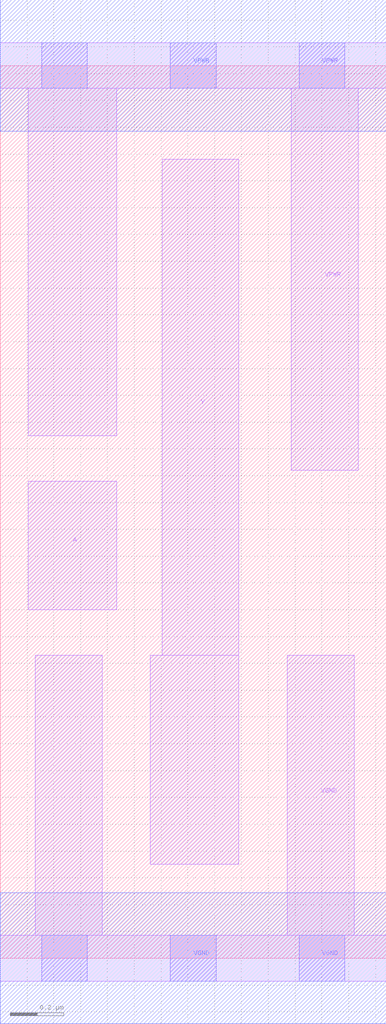
<source format=lef>
# Copyright 2020 The SkyWater PDK Authors
#
# Licensed under the Apache License, Version 2.0 (the "License");
# you may not use this file except in compliance with the License.
# You may obtain a copy of the License at
#
#     https://www.apache.org/licenses/LICENSE-2.0
#
# Unless required by applicable law or agreed to in writing, software
# distributed under the License is distributed on an "AS IS" BASIS,
# WITHOUT WARRANTIES OR CONDITIONS OF ANY KIND, either express or implied.
# See the License for the specific language governing permissions and
# limitations under the License.
#
# SPDX-License-Identifier: Apache-2.0

VERSION 5.7 ;
  NAMESCASESENSITIVE ON ;
  NOWIREEXTENSIONATPIN ON ;
  DIVIDERCHAR "/" ;
  BUSBITCHARS "[]" ;
UNITS
  DATABASE MICRONS 200 ;
END UNITS
MACRO sky130_fd_sc_hs__inv_2
  CLASS CORE ;
  SOURCE USER ;
  FOREIGN sky130_fd_sc_hs__inv_2 ;
  ORIGIN  0.000000  0.000000 ;
  SIZE  1.440000 BY  3.330000 ;
  SYMMETRY X Y ;
  SITE unit ;
  PIN A
    ANTENNAGATEAREA  0.558000 ;
    DIRECTION INPUT ;
    USE SIGNAL ;
    PORT
      LAYER li1 ;
        RECT 0.105000 1.300000 0.435000 1.780000 ;
    END
  END A
  PIN Y
    ANTENNADIFFAREA  0.543200 ;
    DIRECTION OUTPUT ;
    USE SIGNAL ;
    PORT
      LAYER li1 ;
        RECT 0.560000 0.350000 0.890000 1.130000 ;
        RECT 0.605000 1.130000 0.890000 2.980000 ;
    END
  END Y
  PIN VGND
    DIRECTION INOUT ;
    USE GROUND ;
    PORT
      LAYER li1 ;
        RECT 0.000000 -0.085000 1.440000 0.085000 ;
        RECT 0.130000  0.085000 0.380000 1.130000 ;
        RECT 1.070000  0.085000 1.320000 1.130000 ;
      LAYER mcon ;
        RECT 0.155000 -0.085000 0.325000 0.085000 ;
        RECT 0.635000 -0.085000 0.805000 0.085000 ;
        RECT 1.115000 -0.085000 1.285000 0.085000 ;
      LAYER met1 ;
        RECT 0.000000 -0.245000 1.440000 0.245000 ;
    END
  END VGND
  PIN VPWR
    DIRECTION INOUT ;
    USE POWER ;
    PORT
      LAYER li1 ;
        RECT 0.000000 3.245000 1.440000 3.415000 ;
        RECT 0.105000 1.950000 0.435000 3.245000 ;
        RECT 1.085000 1.820000 1.335000 3.245000 ;
      LAYER mcon ;
        RECT 0.155000 3.245000 0.325000 3.415000 ;
        RECT 0.635000 3.245000 0.805000 3.415000 ;
        RECT 1.115000 3.245000 1.285000 3.415000 ;
      LAYER met1 ;
        RECT 0.000000 3.085000 1.440000 3.575000 ;
    END
  END VPWR
END sky130_fd_sc_hs__inv_2

</source>
